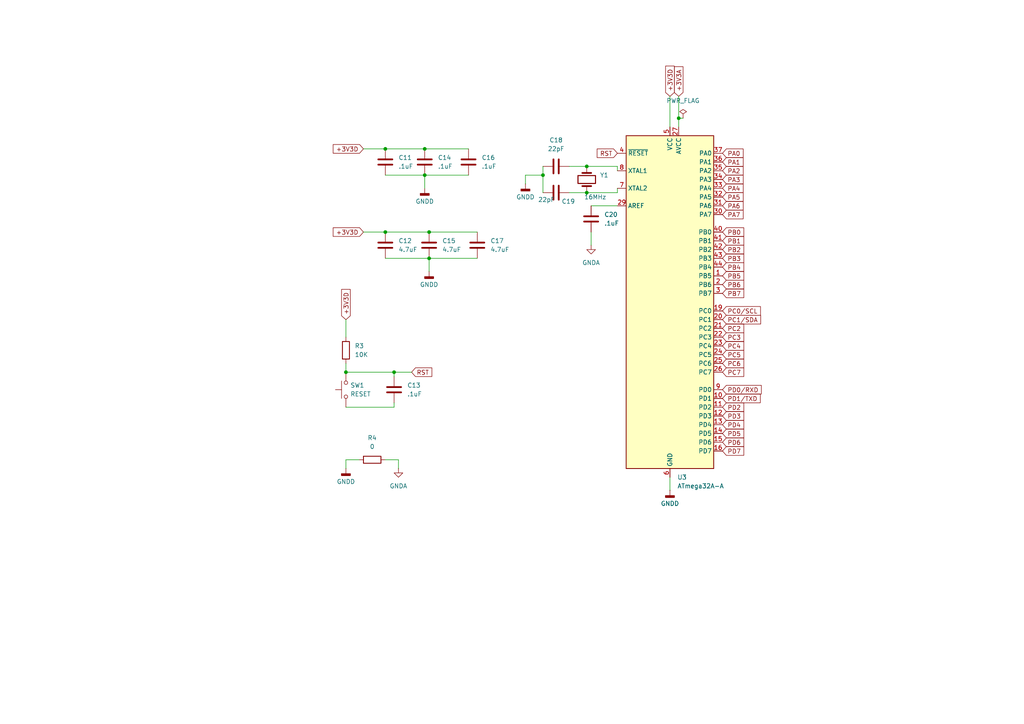
<source format=kicad_sch>
(kicad_sch (version 20250114) (generator "eeschema") (generator_version "9.0")
  (paper "A4")
  (lib_symbols
    (symbol "Device:C" (pin_numbers (hide yes)) (pin_names (offset 0.254))
      (property "Reference" "C" (at 0.635 2.54 0))
      (property "Value" "C" (at 0.635 -2.54 0))
      (symbol "C_0_1"
        (polyline (pts (xy -2.032 0.762) (xy 2.032 0.762)) (stroke (width 0.508)))
        (polyline (pts (xy -2.032 -0.762) (xy 2.032 -0.762)) (stroke (width 0.508)))
      )
      (symbol "C_1_1"
        (pin passive line (at 0 3.81 270) (length 2.794) (name "~") (number "1"))
        (pin passive line (at 0 -3.81 90) (length 2.794) (name "~") (number "2"))
      )
    )
    (symbol "Device:Crystal" (pin_numbers (hide yes)) (pin_names (offset 1.016) (hide yes))
      (property "Reference" "Y" (at 0 3.81 0))
      (property "Value" "Crystal" (at 0 -3.81 0))
      (symbol "Crystal_0_1"
        (polyline (pts (xy -2.54 0) (xy -1.905 0)))
        (polyline (pts (xy -1.905 -1.27) (xy -1.905 1.27)) (stroke (width 0.508)))
        (rectangle (start -1.143 2.54) (end 1.143 -2.54) (stroke (width 0.3048)))
        (polyline (pts (xy 1.905 -1.27) (xy 1.905 1.27)) (stroke (width 0.508)))
        (polyline (pts (xy 2.54 0) (xy 1.905 0)))
      )
      (symbol "Crystal_1_1"
        (pin passive line (at -3.81 0 0) (length 1.27) (name "1") (number "1"))
        (pin passive line (at 3.81 0 180) (length 1.27) (name "2") (number "2"))
      )
    )
    (symbol "Device:R" (pin_numbers (hide yes)) (pin_names (offset 0))
      (property "Reference" "R" (at 2.032 0 90))
      (property "Value" "R" (at 0 0 90))
      (symbol "R_0_1"
        (rectangle (start -1.016 -2.54) (end 1.016 2.54) (stroke (width 0.254)))
      )
      (symbol "R_1_1"
        (pin passive line (at 0 3.81 270) (length 1.27) (name "~") (number "1"))
        (pin passive line (at 0 -3.81 90) (length 1.27) (name "~") (number "2"))
      )
    )
    (symbol "MCU_Microchip_ATmega:ATmega32A-A"
      (property "Reference" "U" (at -12.7 49.53 0))
      (property "Value" "ATmega32A-A" (at 2.54 -49.53 0))
      (symbol "ATmega32A-A_0_1"
        (rectangle (start -12.7 -48.26) (end 12.7 48.26) (stroke (width 0.254)) (fill (type background)))
      )
      (symbol "ATmega32A-A_1_1"
        (pin input line (at -15.24 43.18 0) (length 2.54) (name "~{RESET}") (number "4"))
        (pin input line (at -15.24 38.1 0) (length 2.54) (name "XTAL1") (number "8"))
        (pin output line (at -15.24 33.02 0) (length 2.54) (name "XTAL2") (number "7"))
        (pin passive line (at -15.24 27.94 0) (length 2.54) (name "AREF") (number "29"))
        (pin passive line (at 0 50.8 270) (length 2.54) (hide yes) (name "VCC") (number "17"))
        (pin passive line (at 0 50.8 270) (length 2.54) (hide yes) (name "VCC") (number "38"))
        (pin power_in line (at 0 50.8 270) (length 2.54) (name "VCC") (number "5"))
        (pin passive line (at 0 -50.8 90) (length 2.54) (hide yes) (name "GND") (number "18"))
        (pin passive line (at 0 -50.8 90) (length 2.54) (hide yes) (name "GND") (number "28"))
        (pin passive line (at 0 -50.8 90) (length 2.54) (hide yes) (name "GND") (number "39"))
        (pin power_in line (at 0 -50.8 90) (length 2.54) (name "GND") (number "6"))
        (pin power_in line (at 2.54 50.8 270) (length 2.54) (name "AVCC") (number "27"))
        (pin bidirectional line (at 15.24 43.18 180) (length 2.54) (name "PA0") (number "37"))
        (pin bidirectional line (at 15.24 40.64 180) (length 2.54) (name "PA1") (number "36"))
        (pin bidirectional line (at 15.24 38.1 180) (length 2.54) (name "PA2") (number "35"))
        (pin bidirectional line (at 15.24 35.56 180) (length 2.54) (name "PA3") (number "34"))
        (pin bidirectional line (at 15.24 33.02 180) (length 2.54) (name "PA4") (number "33"))
        (pin bidirectional line (at 15.24 30.48 180) (length 2.54) (name "PA5") (number "32"))
        (pin bidirectional line (at 15.24 27.94 180) (length 2.54) (name "PA6") (number "31"))
        (pin bidirectional line (at 15.24 25.4 180) (length 2.54) (name "PA7") (number "30"))
        (pin bidirectional line (at 15.24 20.32 180) (length 2.54) (name "PB0") (number "40"))
        (pin bidirectional line (at 15.24 17.78 180) (length 2.54) (name "PB1") (number "41"))
        (pin bidirectional line (at 15.24 15.24 180) (length 2.54) (name "PB2") (number "42"))
        (pin bidirectional line (at 15.24 12.7 180) (length 2.54) (name "PB3") (number "43"))
        (pin bidirectional line (at 15.24 10.16 180) (length 2.54) (name "PB4") (number "44"))
        (pin bidirectional line (at 15.24 7.62 180) (length 2.54) (name "PB5") (number "1"))
        (pin bidirectional line (at 15.24 5.08 180) (length 2.54) (name "PB6") (number "2"))
        (pin bidirectional line (at 15.24 2.54 180) (length 2.54) (name "PB7") (number "3"))
        (pin bidirectional line (at 15.24 -2.54 180) (length 2.54) (name "PC0") (number "19"))
        (pin bidirectional line (at 15.24 -5.08 180) (length 2.54) (name "PC1") (number "20"))
        (pin bidirectional line (at 15.24 -7.62 180) (length 2.54) (name "PC2") (number "21"))
        (pin bidirectional line (at 15.24 -10.16 180) (length 2.54) (name "PC3") (number "22"))
        (pin bidirectional line (at 15.24 -12.7 180) (length 2.54) (name "PC4") (number "23"))
        (pin bidirectional line (at 15.24 -15.24 180) (length 2.54) (name "PC5") (number "24"))
        (pin bidirectional line (at 15.24 -17.78 180) (length 2.54) (name "PC6") (number "25"))
        (pin bidirectional line (at 15.24 -20.32 180) (length 2.54) (name "PC7") (number "26"))
        (pin bidirectional line (at 15.24 -25.4 180) (length 2.54) (name "PD0") (number "9"))
        (pin bidirectional line (at 15.24 -27.94 180) (length 2.54) (name "PD1") (number "10"))
        (pin bidirectional line (at 15.24 -30.48 180) (length 2.54) (name "PD2") (number "11"))
        (pin bidirectional line (at 15.24 -33.02 180) (length 2.54) (name "PD3") (number "12"))
        (pin bidirectional line (at 15.24 -35.56 180) (length 2.54) (name "PD4") (number "13"))
        (pin bidirectional line (at 15.24 -38.1 180) (length 2.54) (name "PD5") (number "14"))
        (pin bidirectional line (at 15.24 -40.64 180) (length 2.54) (name "PD6") (number "15"))
        (pin bidirectional line (at 15.24 -43.18 180) (length 2.54) (name "PD7") (number "16"))
      )
    )
    (symbol "Switch:SW_Push" (pin_numbers (hide yes)) (pin_names (offset 1.016) (hide yes))
      (property "Reference" "SW" (at 1.27 2.54 0))
      (property "Value" "SW_Push" (at 0 -1.524 0))
      (symbol "SW_Push_0_1"
        (circle (center -2.032 0) (radius 0.508))
        (polyline (pts (xy 0 1.27) (xy 0 3.048)))
        (circle (center 2.032 0) (radius 0.508))
        (polyline (pts (xy 2.54 1.27) (xy -2.54 1.27)))
        (pin passive line (at -5.08 0 0) (length 2.54) (name "1") (number "1"))
        (pin passive line (at 5.08 0 180) (length 2.54) (name "2") (number "2"))
      )
    )
    (symbol "power:GNDA" (power) (pin_numbers (hide yes)) (pin_names (offset 0) (hide yes))
      (property "Value" "GNDA" (at 0 -3.81 0))
      (symbol "GNDA_0_1"
        (polyline (pts (xy 0 0) (xy 0 -1.27) (xy 1.27 -1.27) (xy 0 -2.54) (xy -1.27 -1.27) (xy 0 -1.27)))
      )
      (symbol "GNDA_1_1"
        (pin power_in line (at 0 0 270) (length 0) (name "~") (number "1"))
      )
    )
    (symbol "power:GNDD" (power) (pin_numbers (hide yes)) (pin_names (offset 0) (hide yes))
      (property "Value" "GNDD" (at 0 -3.175 0))
      (symbol "GNDD_0_1"
        (rectangle (start -1.27 -1.524) (end 1.27 -2.032) (stroke (width 0.254)) (fill (type outline)))
        (polyline (pts (xy 0 0) (xy 0 -1.524)))
      )
      (symbol "GNDD_1_1"
        (pin power_in line (at 0 0 270) (length 0) (name "~") (number "1"))
      )
    )
    (symbol "power:PWR_FLAG" (power) (pin_numbers (hide yes)) (pin_names (offset 0) (hide yes))
      (property "Value" "PWR_FLAG" (at 0 3.81 0))
      (symbol "PWR_FLAG_0_0"
        (pin power_out line (at 0 0 90) (length 0) (name "~") (number "1"))
      )
      (symbol "PWR_FLAG_0_1"
        (polyline (pts (xy 0 0) (xy 0 1.27) (xy -1.016 1.905) (xy 0 2.54) (xy 1.016 1.905) (xy 0 1.27)))
      )
    )
  )
  (junction (at 124.46 74.93))
  (junction (at 123.19 50.8))
  (junction (at 157.48 50.8))
  (junction (at 124.46 67.31))
  (junction (at 123.19 43.18))
  (junction (at 100.33 107.95))
  (junction (at 111.76 43.18))
  (junction (at 114.3 107.95))
  (junction (at 196.85 34.29))
  (junction (at 170.18 48.26))
  (junction (at 111.76 67.31))
  (junction (at 170.18 55.88))
  (wire (pts (xy 170.18 55.88) (xy 179.07 55.88)))
  (wire (pts (xy 123.19 43.18) (xy 135.89 43.18)))
  (wire (pts (xy 100.33 133.35) (xy 100.33 135.89)))
  (wire (pts (xy 171.45 59.69) (xy 179.07 59.69)))
  (wire (pts (xy 196.85 34.29) (xy 198.12 34.29)))
  (wire (pts (xy 111.76 43.18) (xy 123.19 43.18)))
  (wire (pts (xy 111.76 133.35) (xy 115.57 133.35)))
  (wire (pts (xy 165.1 55.88) (xy 170.18 55.88)))
  (wire (pts (xy 124.46 67.31) (xy 138.43 67.31)))
  (wire (pts (xy 123.19 50.8) (xy 123.19 54.61)))
  (wire (pts (xy 100.33 105.41) (xy 100.33 107.95)))
  (wire (pts (xy 100.33 92.71) (xy 100.33 97.79)))
  (wire (pts (xy 100.33 107.95) (xy 114.3 107.95)))
  (wire (pts (xy 171.45 67.31) (xy 171.45 71.12)))
  (wire (pts (xy 179.07 49.53) (xy 179.07 48.26)))
  (wire (pts (xy 123.19 50.8) (xy 135.89 50.8)))
  (wire (pts (xy 152.4 50.8) (xy 157.48 50.8)))
  (wire (pts (xy 114.3 107.95) (xy 119.38 107.95)))
  (wire (pts (xy 196.85 34.29) (xy 196.85 36.83)))
  (wire (pts (xy 105.41 67.31) (xy 111.76 67.31)))
  (wire (pts (xy 165.1 48.26) (xy 170.18 48.26)))
  (wire (pts (xy 104.14 133.35) (xy 100.33 133.35)))
  (wire (pts (xy 179.07 54.61) (xy 179.07 55.88)))
  (wire (pts (xy 124.46 74.93) (xy 124.46 78.74)))
  (wire (pts (xy 194.31 138.43) (xy 194.31 142.24)))
  (wire (pts (xy 115.57 133.35) (xy 115.57 135.89)))
  (wire (pts (xy 100.33 118.11) (xy 114.3 118.11)))
  (wire (pts (xy 114.3 109.22) (xy 114.3 107.95)))
  (wire (pts (xy 157.48 48.26) (xy 157.48 50.8)))
  (wire (pts (xy 124.46 74.93) (xy 138.43 74.93)))
  (wire (pts (xy 170.18 48.26) (xy 179.07 48.26)))
  (wire (pts (xy 196.85 27.94) (xy 196.85 34.29)))
  (wire (pts (xy 114.3 116.84) (xy 114.3 118.11)))
  (wire (pts (xy 111.76 67.31) (xy 124.46 67.31)))
  (wire (pts (xy 157.48 50.8) (xy 157.48 55.88)))
  (wire (pts (xy 111.76 50.8) (xy 123.19 50.8)))
  (wire (pts (xy 105.41 43.18) (xy 111.76 43.18)))
  (wire (pts (xy 111.76 74.93) (xy 124.46 74.93)))
  (wire (pts (xy 152.4 53.34) (xy 152.4 50.8)))
  (wire (pts (xy 194.31 27.94) (xy 194.31 36.83)))
  (global_label "PC2" (shape input) (at 209.55 95.25 0) (property "Intersheetrefs" "${INTERSHEET_REFS}" (effects (hide yes))))
  (global_label "PB1" (shape input) (at 209.55 69.85 0) (property "Intersheetrefs" "${INTERSHEET_REFS}" (effects (hide yes))))
  (global_label "PB7" (shape input) (at 209.55 85.09 0) (property "Intersheetrefs" "${INTERSHEET_REFS}" (effects (hide yes))))
  (global_label "PC0{slash}SCL" (shape input) (at 209.55 90.17 0) (property "Intersheetrefs" "${INTERSHEET_REFS}" (effects (hide yes))))
  (global_label "PB3" (shape input) (at 209.55 74.93 0) (property "Intersheetrefs" "${INTERSHEET_REFS}" (effects (hide yes))))
  (global_label "+3V3D" (shape input) (at 100.33 92.71 90) (property "Intersheetrefs" "${INTERSHEET_REFS}" (effects (hide yes))))
  (global_label "PC1{slash}SDA" (shape input) (at 209.55 92.71 0) (property "Intersheetrefs" "${INTERSHEET_REFS}" (effects (hide yes))))
  (global_label "PC4" (shape input) (at 209.55 100.33 0) (property "Intersheetrefs" "${INTERSHEET_REFS}" (effects (hide yes))))
  (global_label "PD3" (shape input) (at 209.55 120.65 0) (property "Intersheetrefs" "${INTERSHEET_REFS}" (effects (hide yes))))
  (global_label "RST" (shape input) (at 119.38 107.95 0) (property "Intersheetrefs" "${INTERSHEET_REFS}" (effects (hide yes))))
  (global_label "PB5" (shape input) (at 209.55 80.01 0) (property "Intersheetrefs" "${INTERSHEET_REFS}" (effects (hide yes))))
  (global_label "+3V3D" (shape input) (at 105.41 67.31 180) (property "Intersheetrefs" "${INTERSHEET_REFS}" (effects (hide yes))))
  (global_label "PA2" (shape input) (at 209.55 49.53 0) (property "Intersheetrefs" "${INTERSHEET_REFS}" (effects (hide yes))))
  (global_label "PB0" (shape input) (at 209.55 67.31 0) (property "Intersheetrefs" "${INTERSHEET_REFS}" (effects (hide yes))))
  (global_label "PD0{slash}RXD" (shape input) (at 209.55 113.03 0) (property "Intersheetrefs" "${INTERSHEET_REFS}" (effects (hide yes))))
  (global_label "PA7" (shape input) (at 209.55 62.23 0) (property "Intersheetrefs" "${INTERSHEET_REFS}" (effects (hide yes))))
  (global_label "RST" (shape input) (at 179.07 44.45 180) (property "Intersheetrefs" "${INTERSHEET_REFS}" (effects (hide yes))))
  (global_label "PD6" (shape input) (at 209.55 128.27 0) (property "Intersheetrefs" "${INTERSHEET_REFS}" (effects (hide yes))))
  (global_label "PC5" (shape input) (at 209.55 102.87 0) (property "Intersheetrefs" "${INTERSHEET_REFS}" (effects (hide yes))))
  (global_label "PA6" (shape input) (at 209.55 59.69 0) (property "Intersheetrefs" "${INTERSHEET_REFS}" (effects (hide yes))))
  (global_label "PA5" (shape input) (at 209.55 57.15 0) (property "Intersheetrefs" "${INTERSHEET_REFS}" (effects (hide yes))))
  (global_label "PC6" (shape input) (at 209.55 105.41 0) (property "Intersheetrefs" "${INTERSHEET_REFS}" (effects (hide yes))))
  (global_label "PA1" (shape input) (at 209.55 46.99 0) (property "Intersheetrefs" "${INTERSHEET_REFS}" (effects (hide yes))))
  (global_label "+3V3A" (shape input) (at 196.85 27.94 90) (property "Intersheetrefs" "${INTERSHEET_REFS}" (effects (hide yes))))
  (global_label "PC3" (shape input) (at 209.55 97.79 0) (property "Intersheetrefs" "${INTERSHEET_REFS}" (effects (hide yes))))
  (global_label "PD7" (shape input) (at 209.55 130.81 0) (property "Intersheetrefs" "${INTERSHEET_REFS}" (effects (hide yes))))
  (global_label "PC7" (shape input) (at 209.55 107.95 0) (property "Intersheetrefs" "${INTERSHEET_REFS}" (effects (hide yes))))
  (global_label "PD1{slash}TXD" (shape input) (at 209.55 115.57 0) (property "Intersheetrefs" "${INTERSHEET_REFS}" (effects (hide yes))))
  (global_label "PD2" (shape input) (at 209.55 118.11 0) (property "Intersheetrefs" "${INTERSHEET_REFS}" (effects (hide yes))))
  (global_label "PB4" (shape input) (at 209.55 77.47 0) (property "Intersheetrefs" "${INTERSHEET_REFS}" (effects (hide yes))))
  (global_label "PB6" (shape input) (at 209.55 82.55 0) (property "Intersheetrefs" "${INTERSHEET_REFS}" (effects (hide yes))))
  (global_label "PB2" (shape input) (at 209.55 72.39 0) (property "Intersheetrefs" "${INTERSHEET_REFS}" (effects (hide yes))))
  (global_label "+3V3D" (shape input) (at 105.41 43.18 180) (property "Intersheetrefs" "${INTERSHEET_REFS}" (effects (hide yes))))
  (global_label "+3V3D" (shape input) (at 194.31 27.94 90) (property "Intersheetrefs" "${INTERSHEET_REFS}" (effects (hide yes))))
  (global_label "PD5" (shape input) (at 209.55 125.73 0) (property "Intersheetrefs" "${INTERSHEET_REFS}" (effects (hide yes))))
  (global_label "PA4" (shape input) (at 209.55 54.61 0) (property "Intersheetrefs" "${INTERSHEET_REFS}" (effects (hide yes))))
  (global_label "PA3" (shape input) (at 209.55 52.07 0) (property "Intersheetrefs" "${INTERSHEET_REFS}" (effects (hide yes))))
  (global_label "PA0" (shape input) (at 209.55 44.45 0) (property "Intersheetrefs" "${INTERSHEET_REFS}" (effects (hide yes))))
  (global_label "PD4" (shape input) (at 209.55 123.19 0) (property "Intersheetrefs" "${INTERSHEET_REFS}" (effects (hide yes))))
  (symbol (lib_id "Device:C") (at 111.76 71.12 0) (unit 1)
    (property "Reference" "C12" (at 115.57 69.8499 0) (effects (justify left)))
    (property "Value" "4.7uF" (at 115.57 72.3899 0) (effects (justify left)))
    (property "Footprint" "Capacitor_SMD:C_0603_1608Metric" (effects (hide yes)))
    (property "Description" "Unpolarized capacitor" (effects (hide yes)))
  )
  (symbol (lib_id "Device:C") (at 111.76 46.99 0) (unit 1)
    (property "Reference" "C11" (at 115.57 45.7199 0) (effects (justify left)))
    (property "Value" ".1uF" (at 115.57 48.2599 0) (effects (justify left)))
    (property "Footprint" "Capacitor_SMD:C_0603_1608Metric" (effects (hide yes)))
    (property "Description" "Unpolarized capacitor" (effects (hide yes)))
  )
  (symbol (lib_id "power:GNDD") (at 100.33 135.89 0) (unit 1)
    (property "Reference" "#PWR011" (effects (hide yes)))
    (property "Value" "GNDD" (at 100.33 139.7 0))
    (property "Description" "Power symbol creates a global label with name \"GNDD\" , digital ground" (effects (hide yes)))
  )
  (symbol (lib_id "Device:Crystal") (at 170.18 52.07 90) (unit 1)
    (property "Reference" "Y1" (at 173.99 50.7999 90) (effects (justify right)))
    (property "Value" "16MHz" (at 169.418 57.15 90) (effects (justify right)))
    (property "Footprint" "Crystal:Crystal_HC49-4H_Vertical" (effects (hide yes)))
    (property "Description" "Two pin crystal" (effects (hide yes)))
  )
  (symbol (lib_id "power:GNDD") (at 124.46 78.74 0) (unit 1)
    (property "Reference" "#PWR014" (effects (hide yes)))
    (property "Value" "GNDD" (at 124.46 82.55 0))
    (property "Description" "Power symbol creates a global label with name \"GNDD\" , digital ground" (effects (hide yes)))
  )
  (symbol (lib_id "power:GNDD") (at 123.19 54.61 0) (unit 1)
    (property "Reference" "#PWR013" (effects (hide yes)))
    (property "Value" "GNDD" (at 123.19 58.42 0))
    (property "Description" "Power symbol creates a global label with name \"GNDD\" , digital ground" (effects (hide yes)))
  )
  (symbol (lib_id "Device:C") (at 171.45 63.5 0) (unit 1)
    (property "Reference" "C20" (at 175.26 62.2299 0) (effects (justify left)))
    (property "Value" ".1uF" (at 175.26 64.7699 0) (effects (justify left)))
    (property "Footprint" "Capacitor_SMD:C_0603_1608Metric" (effects (hide yes)))
    (property "Description" "Unpolarized capacitor" (effects (hide yes)))
  )
  (symbol (lib_id "Device:C") (at 161.29 48.26 90) (unit 1)
    (property "Reference" "C18" (at 161.29 40.64 90))
    (property "Value" "22pF" (at 161.29 43.18 90))
    (property "Footprint" "Capacitor_SMD:C_0603_1608Metric" (effects (hide yes)))
    (property "Description" "Unpolarized capacitor" (effects (hide yes)))
  )
  (symbol (lib_id "Device:C") (at 138.43 71.12 0) (unit 1)
    (property "Reference" "C17" (at 142.24 69.8499 0) (effects (justify left)))
    (property "Value" "4.7uF" (at 142.24 72.3899 0) (effects (justify left)))
    (property "Footprint" "Capacitor_SMD:C_0603_1608Metric" (effects (hide yes)))
    (property "Description" "Unpolarized capacitor" (effects (hide yes)))
  )
  (symbol (lib_id "Switch:SW_Push") (at 100.33 113.03 90) (unit 1)
    (property "Reference" "SW1" (at 101.6 111.7599 90) (effects (justify right)))
    (property "Value" "RESET" (at 101.6 114.2999 90) (effects (justify right)))
    (property "Footprint" "Button_Switch_SMD:SW_Push_1P1T-SH_NO_CK_KMR2xxG" (effects (hide yes)))
    (property "Description" "Push button switch, generic, two pins" (effects (hide yes)))
  )
  (symbol (lib_id "MCU_Microchip_ATmega:ATmega32A-A") (at 194.31 87.63 0) (unit 1)
    (property "Reference" "U3" (at 196.4533 138.43 0) (effects (justify left)))
    (property "Value" "ATmega32A-A" (at 196.4533 140.97 0) (effects (justify left)))
    (property "Footprint" "Package_QFP:TQFP-44_10x10mm_P0.8mm" (effects (hide yes)))
    (property "Datasheet" "http://ww1.microchip.com/downloads/en/DeviceDoc/atmel-8155-8-bit-microcontroller-avr-atmega32a_datasheet.pdf" (effects (hide yes)))
    (property "Description" "16MHz, 32kB Flash, 2kB SRAM, 1kB EEPROM, JTAG, TQFP-44" (effects (hide yes)))
  )
  (symbol (lib_id "power:GNDD") (at 194.31 142.24 0) (unit 1)
    (property "Reference" "#PWR017" (effects (hide yes)))
    (property "Value" "GNDD" (at 194.31 146.05 0))
    (property "Description" "Power symbol creates a global label with name \"GNDD\" , digital ground" (effects (hide yes)))
  )
  (symbol (lib_id "Device:R") (at 100.33 101.6 0) (unit 1)
    (property "Reference" "R3" (at 102.87 100.3299 0) (effects (justify left)))
    (property "Value" "10K" (at 102.87 102.8699 0) (effects (justify left)))
    (property "Footprint" "Resistor_SMD:R_0603_1608Metric" (effects (hide yes)))
    (property "Description" "Resistor" (effects (hide yes)))
  )
  (symbol (lib_id "Device:C") (at 123.19 46.99 0) (unit 1)
    (property "Reference" "C14" (at 127 45.7199 0) (effects (justify left)))
    (property "Value" ".1uF" (at 127 48.2599 0) (effects (justify left)))
    (property "Footprint" "Capacitor_SMD:C_0603_1608Metric" (effects (hide yes)))
    (property "Description" "Unpolarized capacitor" (effects (hide yes)))
  )
  (symbol (lib_id "power:PWR_FLAG") (at 198.12 34.29 0) (unit 1)
    (property "Reference" "#FLG04" (effects (hide yes)))
    (property "Value" "PWR_FLAG" (at 198.12 29.21 0))
    (property "Description" "Special symbol for telling ERC where power comes from" (effects (hide yes)))
  )
  (symbol (lib_id "Device:C") (at 161.29 55.88 90) (unit 1)
    (property "Reference" "C19" (at 164.846 58.42 90))
    (property "Value" "22pF" (at 158.496 57.912 90))
    (property "Footprint" "Capacitor_SMD:C_0603_1608Metric" (effects (hide yes)))
    (property "Description" "Unpolarized capacitor" (effects (hide yes)))
  )
  (symbol (lib_id "power:GNDD") (at 152.4 53.34 0) (unit 1)
    (property "Reference" "#PWR015" (effects (hide yes)))
    (property "Value" "GNDD" (at 152.4 57.15 0))
    (property "Description" "Power symbol creates a global label with name \"GNDD\" , digital ground" (effects (hide yes)))
  )
  (symbol (lib_id "Device:C") (at 135.89 46.99 0) (unit 1)
    (property "Reference" "C16" (at 139.7 45.7199 0) (effects (justify left)))
    (property "Value" ".1uF" (at 139.7 48.2599 0) (effects (justify left)))
    (property "Footprint" "Capacitor_SMD:C_0603_1608Metric" (effects (hide yes)))
    (property "Description" "Unpolarized capacitor" (effects (hide yes)))
  )
  (symbol (lib_id "Device:R") (at 107.95 133.35 90) (unit 1)
    (property "Reference" "R4" (at 107.95 127 90))
    (property "Value" "0" (at 107.95 129.54 90))
    (property "Footprint" "Resistor_SMD:R_0603_1608Metric" (effects (hide yes)))
    (property "Description" "Resistor" (effects (hide yes)))
  )
  (symbol (lib_id "power:GNDA") (at 115.57 135.89 0) (unit 1)
    (property "Reference" "#PWR012" (effects (hide yes)))
    (property "Value" "GNDA" (at 115.57 140.97 0))
    (property "Description" "Power symbol creates a global label with name \"GNDA\" , analog ground" (effects (hide yes)))
  )
  (symbol (lib_id "Device:C") (at 124.46 71.12 0) (unit 1)
    (property "Reference" "C15" (at 128.27 69.8499 0) (effects (justify left)))
    (property "Value" "4.7uF" (at 128.27 72.3899 0) (effects (justify left)))
    (property "Footprint" "Capacitor_SMD:C_0603_1608Metric" (effects (hide yes)))
    (property "Description" "Unpolarized capacitor" (effects (hide yes)))
  )
  (symbol (lib_id "Device:C") (at 114.3 113.03 0) (unit 1)
    (property "Reference" "C13" (at 118.11 111.7599 0) (effects (justify left)))
    (property "Value" ".1uF" (at 118.11 114.2999 0) (effects (justify left)))
    (property "Footprint" "Capacitor_SMD:C_0603_1608Metric" (effects (hide yes)))
    (property "Description" "Unpolarized capacitor" (effects (hide yes)))
  )
  (symbol (lib_id "power:GNDA") (at 171.45 71.12 0) (unit 1)
    (property "Reference" "#PWR016" (effects (hide yes)))
    (property "Value" "GNDA" (at 171.45 76.2 0))
    (property "Description" "Power symbol creates a global label with name \"GNDA\" , analog ground" (effects (hide yes)))
  )
)
</source>
